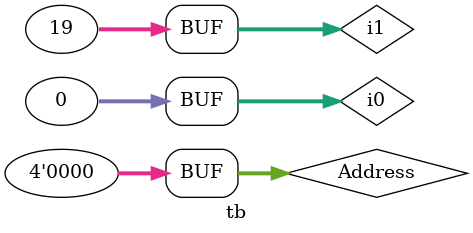
<source format=v>
`timescale 1 ns / 1 ps
module tb;
    reg [3:0] Address = 4'b0;
    wire [0:0] Q;

    integer i0 = 0, i1 = 0;

    GSR GSR_INST (.GSR(1'b1));
    PUR PUR_INST (.PUR(1'b1));

    TABLE_3_1 u1 (.Address(Address), .Q(Q)
    );

    initial
    begin
       Address <= 0;
      #100;
      #10;
      for (i1 = 0; i1 < 19; i1 = i1 + 1) begin
        #10;
         Address <= Address + 1'b1;
      end
    end
endmodule
</source>
